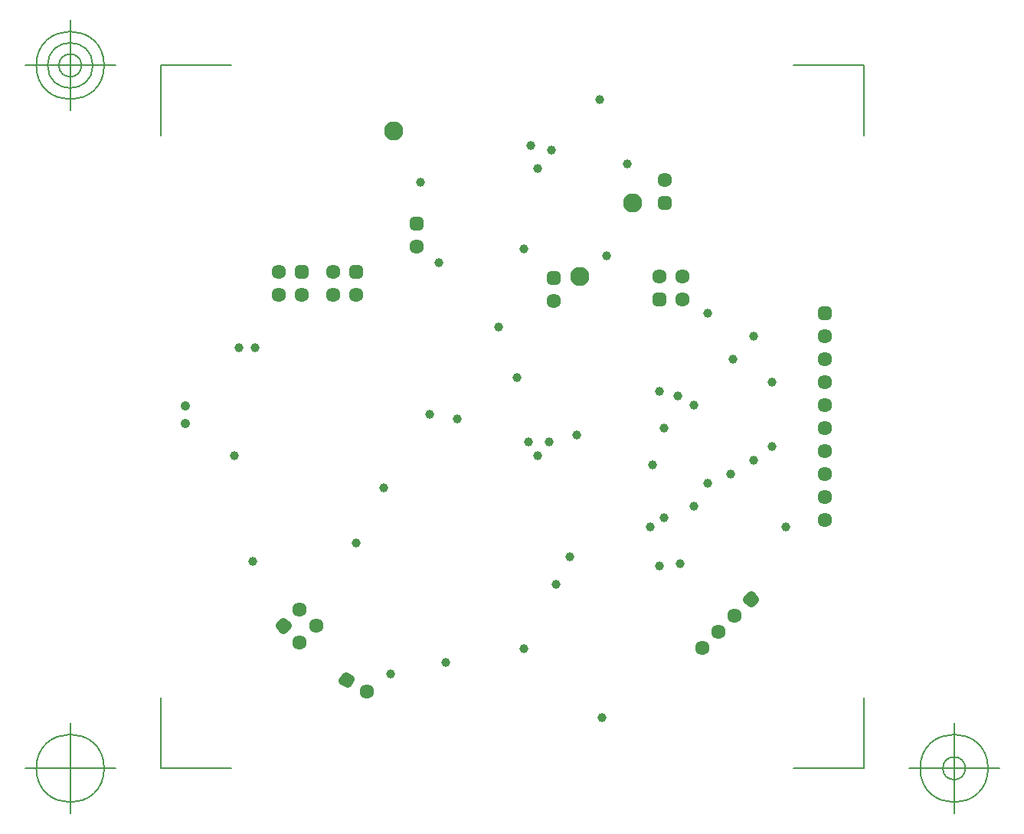
<source format=gbr>
G04 Generated by Ultiboard 13.0 *
%FSLAX25Y25*%
%MOIN*%

%ADD10C,0.00001*%
%ADD11C,0.00500*%
%ADD12C,0.03937*%
%ADD13R,0.02083X0.02083*%
%ADD14C,0.03917*%
%ADD15C,0.06334*%
%ADD16P,0.02945X4*%
%ADD17P,0.02945X4X15*%
%ADD18C,0.04156*%
%ADD19C,0.08334*%


G04 ColorRGB 9900CC for the following layer *
%LNSolder Mask Bottom*%
%LPD*%
G54D10*
G54D11*
X193024Y-203976D02*
X193024Y-173381D01*
X193024Y-203976D02*
X223619Y-203976D01*
X498976Y-203976D02*
X468381Y-203976D01*
X498976Y-203976D02*
X498976Y-173381D01*
X498976Y101976D02*
X498976Y71381D01*
X498976Y101976D02*
X468381Y101976D01*
X193024Y101976D02*
X223619Y101976D01*
X193024Y101976D02*
X193024Y71381D01*
X173339Y-203976D02*
X133969Y-203976D01*
X153654Y-223661D02*
X153654Y-184291D01*
X138890Y-203976D02*
G75*
D01*
G02X138890Y-203976I14764J0*
G01*
X518661Y-203976D02*
X558031Y-203976D01*
X538346Y-223661D02*
X538346Y-184291D01*
X523582Y-203976D02*
G75*
D01*
G02X523582Y-203976I14764J0*
G01*
X533425Y-203976D02*
G75*
D01*
G02X533425Y-203976I4921J0*
G01*
X173339Y101976D02*
X133969Y101976D01*
X153654Y82291D02*
X153654Y121661D01*
X138890Y101976D02*
G75*
D01*
G02X138890Y101976I14764J0*
G01*
X143811Y101976D02*
G75*
D01*
G02X143811Y101976I9843J0*
G01*
X148733Y101976D02*
G75*
D01*
G02X148733Y101976I4921J0*
G01*
G54D12*
X234000Y-21000D03*
X227000Y-21000D03*
X225000Y-68000D03*
X278000Y-106000D03*
X365000Y-124000D03*
X431000Y-80000D03*
X431000Y-6000D03*
X442000Y-26000D03*
X290000Y-82000D03*
X233000Y-114000D03*
X385000Y-182000D03*
X441000Y-75969D03*
X306000Y51000D03*
X340000Y-12000D03*
X357000Y-68000D03*
X374000Y-59000D03*
X314000Y16000D03*
X351000Y22000D03*
X407000Y-72000D03*
X451000Y-70000D03*
X451000Y-16000D03*
X406000Y-99000D03*
X465000Y-99000D03*
X459000Y-64000D03*
X459000Y-36000D03*
X425000Y-90000D03*
X425000Y-46000D03*
X412000Y-95000D03*
X412000Y-56000D03*
X418000Y-42000D03*
X410000Y-40000D03*
X362000Y-62000D03*
X419000Y-115000D03*
X317000Y-158000D03*
X322000Y-52000D03*
X351000Y-152000D03*
X310000Y-50000D03*
X293000Y-163000D03*
X371000Y-112000D03*
X348000Y-34000D03*
X396000Y59000D03*
X387000Y19000D03*
X357000Y57000D03*
X384000Y87000D03*
X363000Y65000D03*
X354000Y67000D03*
X353000Y-62000D03*
X410000Y-116000D03*
G54D13*
X482000Y-6000D03*
X278000Y12000D03*
X254500Y12000D03*
X364000Y9500D03*
X410000Y0D03*
X412500Y42000D03*
X304500Y33000D03*
G54D14*
X480959Y-7041D02*
X483041Y-7041D01*
X483041Y-4959D01*
X480959Y-4959D01*
X480959Y-7041D01*D02*
X245027Y-142000D02*
X246500Y-143473D01*
X247973Y-142000D01*
X246500Y-140527D01*
X245027Y-142000D01*D02*
X272577Y-165881D02*
X274381Y-166923D01*
X275423Y-165119D01*
X273619Y-164077D01*
X272577Y-165881D01*D02*
X276959Y10959D02*
X279041Y10959D01*
X279041Y13041D01*
X276959Y13041D01*
X276959Y10959D01*D02*
X253459Y10959D02*
X255541Y10959D01*
X255541Y13041D01*
X253459Y13041D01*
X253459Y10959D01*D02*
X362959Y8459D02*
X365041Y8459D01*
X365041Y10541D01*
X362959Y10541D01*
X362959Y8459D01*D02*
X408959Y-1041D02*
X411041Y-1041D01*
X411041Y1041D01*
X408959Y1041D01*
X408959Y-1041D01*D02*
X411459Y40959D02*
X413541Y40959D01*
X413541Y43041D01*
X411459Y43041D01*
X411459Y40959D01*D02*
X303459Y31959D02*
X305541Y31959D01*
X305541Y34041D01*
X303459Y34041D01*
X303459Y31959D01*D02*
X450000Y-129027D02*
X448527Y-130500D01*
X450000Y-131973D01*
X451473Y-130500D01*
X450000Y-129027D01*D02*
G54D15*
X482000Y-86000D03*
X482000Y-16000D03*
X482000Y-26000D03*
X482000Y-66000D03*
X482000Y-36000D03*
X482000Y-46000D03*
X482000Y-56000D03*
X482000Y-96000D03*
X482000Y-76000D03*
X253571Y-134929D03*
X260642Y-142000D03*
X253571Y-149071D03*
X282660Y-170500D03*
X278000Y2000D03*
X268000Y2000D03*
X268000Y12000D03*
X254500Y2000D03*
X244500Y2000D03*
X244500Y12000D03*
X364000Y-500D03*
X410000Y10000D03*
X420000Y0D03*
X420000Y10000D03*
X412500Y52000D03*
X304500Y23000D03*
X428787Y-151713D03*
X442929Y-137571D03*
X435858Y-144642D03*
G54D16*
X246500Y-142000D03*
X450000Y-130500D03*
G54D17*
X274000Y-165500D03*
G54D18*
X203919Y-46151D03*
X203919Y-54025D03*
G54D19*
X375500Y10000D03*
X398500Y42000D03*
X294500Y73500D03*

M02*

</source>
